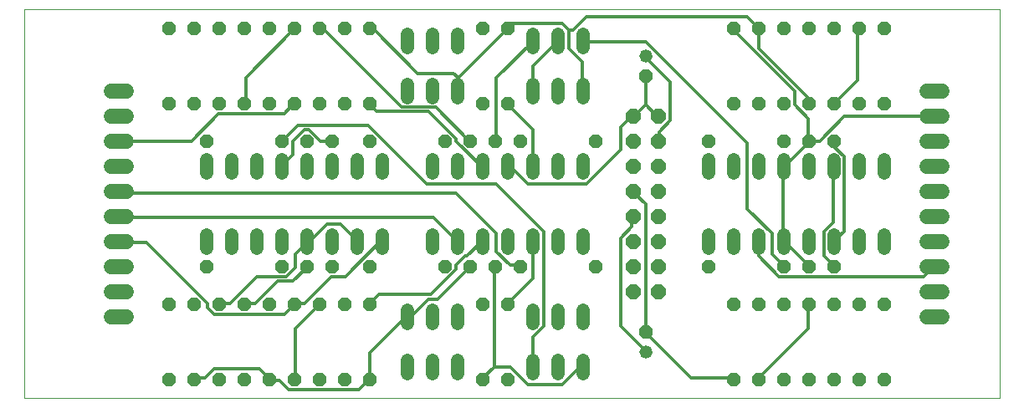
<source format=gbl>
G75*
%MOIN*%
%OFA0B0*%
%FSLAX25Y25*%
%IPPOS*%
%LPD*%
%AMOC8*
5,1,8,0,0,1.08239X$1,22.5*
%
%ADD10C,0.00000*%
%ADD11C,0.05200*%
%ADD12OC8,0.05200*%
%ADD13C,0.05200*%
%ADD14C,0.06000*%
%ADD15OC8,0.06000*%
%ADD16C,0.01200*%
D10*
X0001000Y0001000D02*
X0001000Y0155961D01*
X0389701Y0155961D01*
X0389701Y0001000D01*
X0001000Y0001000D01*
D11*
X0073500Y0060900D02*
X0073500Y0066100D01*
X0083500Y0066100D02*
X0083500Y0060900D01*
X0093500Y0060900D02*
X0093500Y0066100D01*
X0103500Y0066100D02*
X0103500Y0060900D01*
X0113500Y0060900D02*
X0113500Y0066100D01*
X0123500Y0066100D02*
X0123500Y0060900D01*
X0133500Y0060900D02*
X0133500Y0066100D01*
X0143500Y0066100D02*
X0143500Y0060900D01*
X0163500Y0060900D02*
X0163500Y0066100D01*
X0173500Y0066100D02*
X0173500Y0060900D01*
X0183500Y0060900D02*
X0183500Y0066100D01*
X0193500Y0066100D02*
X0193500Y0060900D01*
X0203500Y0060900D02*
X0203500Y0066100D01*
X0213500Y0066100D02*
X0213500Y0060900D01*
X0223500Y0060900D02*
X0223500Y0066100D01*
X0273500Y0066100D02*
X0273500Y0060900D01*
X0283500Y0060900D02*
X0283500Y0066100D01*
X0293500Y0066100D02*
X0293500Y0060900D01*
X0303500Y0060900D02*
X0303500Y0066100D01*
X0313500Y0066100D02*
X0313500Y0060900D01*
X0323500Y0060900D02*
X0323500Y0066100D01*
X0333500Y0066100D02*
X0333500Y0060900D01*
X0343500Y0060900D02*
X0343500Y0066100D01*
X0343500Y0090900D02*
X0343500Y0096100D01*
X0333500Y0096100D02*
X0333500Y0090900D01*
X0323500Y0090900D02*
X0323500Y0096100D01*
X0313500Y0096100D02*
X0313500Y0090900D01*
X0303500Y0090900D02*
X0303500Y0096100D01*
X0293500Y0096100D02*
X0293500Y0090900D01*
X0283500Y0090900D02*
X0283500Y0096100D01*
X0273500Y0096100D02*
X0273500Y0090900D01*
X0223500Y0090900D02*
X0223500Y0096100D01*
X0213500Y0096100D02*
X0213500Y0090900D01*
X0203500Y0090900D02*
X0203500Y0096100D01*
X0193500Y0096100D02*
X0193500Y0090900D01*
X0183500Y0090900D02*
X0183500Y0096100D01*
X0173500Y0096100D02*
X0173500Y0090900D01*
X0163500Y0090900D02*
X0163500Y0096100D01*
X0143500Y0096100D02*
X0143500Y0090900D01*
X0133500Y0090900D02*
X0133500Y0096100D01*
X0123500Y0096100D02*
X0123500Y0090900D01*
X0113500Y0090900D02*
X0113500Y0096100D01*
X0103500Y0096100D02*
X0103500Y0090900D01*
X0093500Y0090900D02*
X0093500Y0096100D01*
X0083500Y0096100D02*
X0083500Y0090900D01*
X0073500Y0090900D02*
X0073500Y0096100D01*
X0153500Y0120900D02*
X0153500Y0126100D01*
X0163500Y0126100D02*
X0163500Y0120900D01*
X0173500Y0120900D02*
X0173500Y0126100D01*
X0203500Y0126100D02*
X0203500Y0120900D01*
X0213500Y0120900D02*
X0213500Y0126100D01*
X0223500Y0126100D02*
X0223500Y0120900D01*
X0223500Y0140900D02*
X0223500Y0146100D01*
X0213500Y0146100D02*
X0213500Y0140900D01*
X0203500Y0140900D02*
X0203500Y0146100D01*
X0173500Y0146100D02*
X0173500Y0140900D01*
X0163500Y0140900D02*
X0163500Y0146100D01*
X0153500Y0146100D02*
X0153500Y0140900D01*
X0153500Y0036100D02*
X0153500Y0030900D01*
X0163500Y0030900D02*
X0163500Y0036100D01*
X0173500Y0036100D02*
X0173500Y0030900D01*
X0203500Y0030900D02*
X0203500Y0036100D01*
X0213500Y0036100D02*
X0213500Y0030900D01*
X0223500Y0030900D02*
X0223500Y0036100D01*
X0223500Y0016100D02*
X0223500Y0010900D01*
X0213500Y0010900D02*
X0213500Y0016100D01*
X0203500Y0016100D02*
X0203500Y0010900D01*
X0173500Y0010900D02*
X0173500Y0016100D01*
X0163500Y0016100D02*
X0163500Y0010900D01*
X0153500Y0010900D02*
X0153500Y0016100D01*
D12*
X0138500Y0008500D03*
X0128500Y0008500D03*
X0118500Y0008500D03*
X0108500Y0008500D03*
X0098500Y0008500D03*
X0088500Y0008500D03*
X0078500Y0008500D03*
X0068500Y0008500D03*
X0058500Y0008500D03*
X0058500Y0038500D03*
X0068500Y0038500D03*
X0078500Y0038500D03*
X0088500Y0038500D03*
X0098500Y0038500D03*
X0108500Y0038500D03*
X0118500Y0038500D03*
X0128500Y0038500D03*
X0138500Y0038500D03*
X0138500Y0053500D03*
X0123500Y0053500D03*
X0113500Y0053500D03*
X0103500Y0053500D03*
X0073500Y0053500D03*
X0168500Y0053500D03*
X0178500Y0053500D03*
X0188500Y0053500D03*
X0198500Y0053500D03*
X0228500Y0053500D03*
X0193500Y0038500D03*
X0183500Y0038500D03*
X0248500Y0027500D03*
X0283500Y0038500D03*
X0293500Y0038500D03*
X0303500Y0038500D03*
X0313500Y0038500D03*
X0323500Y0038500D03*
X0333500Y0038500D03*
X0343500Y0038500D03*
X0323500Y0053500D03*
X0313500Y0053500D03*
X0303500Y0053500D03*
X0273500Y0053500D03*
X0283500Y0008500D03*
X0293500Y0008500D03*
X0303500Y0008500D03*
X0313500Y0008500D03*
X0323500Y0008500D03*
X0333500Y0008500D03*
X0343500Y0008500D03*
X0193500Y0008500D03*
X0183500Y0008500D03*
X0178500Y0103500D03*
X0168500Y0103500D03*
X0188500Y0103500D03*
X0198500Y0103500D03*
X0228500Y0103500D03*
X0193500Y0118500D03*
X0183500Y0118500D03*
X0138500Y0118500D03*
X0128500Y0118500D03*
X0118500Y0118500D03*
X0108500Y0118500D03*
X0098500Y0118500D03*
X0088500Y0118500D03*
X0078500Y0118500D03*
X0068500Y0118500D03*
X0058500Y0118500D03*
X0073500Y0103500D03*
X0103500Y0103500D03*
X0113500Y0103500D03*
X0123500Y0103500D03*
X0138500Y0103500D03*
X0138500Y0148500D03*
X0128500Y0148500D03*
X0118500Y0148500D03*
X0108500Y0148500D03*
X0098500Y0148500D03*
X0088500Y0148500D03*
X0078500Y0148500D03*
X0068500Y0148500D03*
X0058500Y0148500D03*
X0183500Y0148500D03*
X0193500Y0148500D03*
X0248500Y0129500D03*
X0283500Y0118500D03*
X0293500Y0118500D03*
X0303500Y0118500D03*
X0313500Y0118500D03*
X0323500Y0118500D03*
X0333500Y0118500D03*
X0343500Y0118500D03*
X0323500Y0103500D03*
X0313500Y0103500D03*
X0303500Y0103500D03*
X0273500Y0103500D03*
X0283500Y0148500D03*
X0293500Y0148500D03*
X0303500Y0148500D03*
X0313500Y0148500D03*
X0323500Y0148500D03*
X0333500Y0148500D03*
X0343500Y0148500D03*
D13*
X0248500Y0137500D03*
X0248500Y0019500D03*
D14*
X0360500Y0033500D02*
X0366500Y0033500D01*
X0366500Y0043500D02*
X0360500Y0043500D01*
X0360500Y0053500D02*
X0366500Y0053500D01*
X0366500Y0063500D02*
X0360500Y0063500D01*
X0360500Y0073500D02*
X0366500Y0073500D01*
X0366500Y0083500D02*
X0360500Y0083500D01*
X0360500Y0093500D02*
X0366500Y0093500D01*
X0366500Y0103500D02*
X0360500Y0103500D01*
X0360500Y0113500D02*
X0366500Y0113500D01*
X0366500Y0123500D02*
X0360500Y0123500D01*
X0041500Y0123500D02*
X0035500Y0123500D01*
X0035500Y0113500D02*
X0041500Y0113500D01*
X0041500Y0103500D02*
X0035500Y0103500D01*
X0035500Y0093500D02*
X0041500Y0093500D01*
X0041500Y0083500D02*
X0035500Y0083500D01*
X0035500Y0073500D02*
X0041500Y0073500D01*
X0041500Y0063500D02*
X0035500Y0063500D01*
X0035500Y0053500D02*
X0041500Y0053500D01*
X0041500Y0043500D02*
X0035500Y0043500D01*
X0035500Y0033500D02*
X0041500Y0033500D01*
D15*
X0243500Y0043500D03*
X0253500Y0043500D03*
X0253500Y0053500D03*
X0243500Y0053500D03*
X0243500Y0063500D03*
X0253500Y0063500D03*
X0253500Y0073500D03*
X0243500Y0073500D03*
X0243500Y0083500D03*
X0253500Y0083500D03*
X0253500Y0093500D03*
X0243500Y0093500D03*
X0243500Y0103500D03*
X0253500Y0103500D03*
X0253500Y0113500D03*
X0243500Y0113500D03*
D16*
X0243100Y0113500D01*
X0238600Y0109000D01*
X0238600Y0100000D01*
X0225100Y0086500D01*
X0201700Y0086500D01*
X0195400Y0092800D01*
X0193600Y0092800D01*
X0193500Y0093500D01*
X0183500Y0093500D02*
X0182800Y0093700D01*
X0172900Y0103600D01*
X0172900Y0104500D01*
X0162100Y0115300D01*
X0141400Y0115300D01*
X0138700Y0118000D01*
X0138500Y0118500D01*
X0151300Y0117100D02*
X0164800Y0117100D01*
X0178300Y0103600D01*
X0178500Y0103500D01*
X0188500Y0103500D02*
X0189100Y0103600D01*
X0189100Y0128800D01*
X0203500Y0143200D01*
X0203500Y0143500D01*
X0213400Y0143200D02*
X0213500Y0143500D01*
X0213400Y0143200D02*
X0203500Y0133300D01*
X0203500Y0123500D01*
X0193500Y0118500D02*
X0193600Y0118000D01*
X0203500Y0108100D01*
X0203500Y0093500D01*
X0189100Y0086500D02*
X0161200Y0086500D01*
X0137800Y0109900D01*
X0109900Y0109900D01*
X0103500Y0103500D01*
X0108100Y0103600D02*
X0108100Y0098200D01*
X0103600Y0093700D01*
X0103500Y0093500D01*
X0108100Y0103600D02*
X0112600Y0108100D01*
X0114400Y0108100D01*
X0118900Y0103600D01*
X0123400Y0103600D01*
X0123500Y0103500D01*
X0108100Y0118000D02*
X0104500Y0114400D01*
X0078400Y0114400D01*
X0067600Y0103600D01*
X0038800Y0103600D01*
X0038500Y0103500D01*
X0038500Y0083500D02*
X0038800Y0082900D01*
X0172900Y0082900D01*
X0189100Y0066700D01*
X0189100Y0059500D01*
X0194500Y0054100D01*
X0198100Y0054100D01*
X0198500Y0053500D01*
X0188500Y0053500D02*
X0188200Y0053200D01*
X0188200Y0013600D01*
X0194500Y0013600D01*
X0201700Y0006400D01*
X0215200Y0006400D01*
X0221500Y0012700D01*
X0223300Y0012700D01*
X0223500Y0013500D01*
X0203500Y0013500D02*
X0203500Y0025300D01*
X0208000Y0029800D01*
X0208000Y0067600D01*
X0189100Y0086500D01*
X0172900Y0064000D02*
X0163900Y0073000D01*
X0038800Y0073000D01*
X0038500Y0073500D01*
X0038500Y0063500D02*
X0038800Y0063100D01*
X0049600Y0063100D01*
X0073900Y0038800D01*
X0073900Y0037000D01*
X0076600Y0034300D01*
X0104500Y0034300D01*
X0108100Y0037900D01*
X0108500Y0038500D01*
X0109000Y0038800D01*
X0112600Y0038800D01*
X0123400Y0049600D01*
X0128800Y0049600D01*
X0143200Y0064000D01*
X0143500Y0063500D01*
X0133500Y0063500D02*
X0133300Y0064000D01*
X0127000Y0070300D01*
X0121600Y0070300D01*
X0115300Y0064000D01*
X0113500Y0064000D01*
X0113500Y0063500D01*
X0113500Y0063100D01*
X0109000Y0058600D01*
X0109000Y0053200D01*
X0105400Y0049600D01*
X0093700Y0049600D01*
X0082900Y0038800D01*
X0079300Y0038800D01*
X0078500Y0038500D01*
X0088500Y0038500D02*
X0089200Y0038800D01*
X0092800Y0038800D01*
X0101800Y0047800D01*
X0108100Y0047800D01*
X0113500Y0053200D01*
X0113500Y0053500D01*
X0138700Y0038800D02*
X0142300Y0042400D01*
X0163000Y0042400D01*
X0172900Y0052300D01*
X0172900Y0054100D01*
X0176500Y0057700D01*
X0177400Y0057700D01*
X0182800Y0063100D01*
X0183500Y0063500D01*
X0173500Y0063500D02*
X0172900Y0064000D01*
X0178500Y0053500D02*
X0178300Y0053200D01*
X0165700Y0040600D01*
X0162100Y0040600D01*
X0155800Y0034300D01*
X0154000Y0034300D01*
X0153500Y0033500D01*
X0153100Y0033400D01*
X0138700Y0019000D01*
X0138700Y0009100D01*
X0138500Y0008500D01*
X0137800Y0008200D01*
X0134200Y0004600D01*
X0106300Y0004600D01*
X0102700Y0008200D01*
X0099100Y0008200D01*
X0098500Y0008500D01*
X0098200Y0009100D01*
X0094600Y0012700D01*
X0076600Y0012700D01*
X0073000Y0009100D01*
X0068500Y0009100D01*
X0068500Y0008500D01*
X0108500Y0008500D02*
X0109000Y0009100D01*
X0109000Y0028900D01*
X0118000Y0037900D01*
X0118500Y0038500D01*
X0138500Y0038500D02*
X0138700Y0038800D01*
X0193500Y0038500D02*
X0193600Y0038800D01*
X0203500Y0048700D01*
X0203500Y0063500D01*
X0238600Y0064900D02*
X0238600Y0029800D01*
X0248500Y0019900D01*
X0248500Y0019500D01*
X0248500Y0027100D02*
X0248500Y0027500D01*
X0248500Y0078400D01*
X0244000Y0082900D01*
X0243500Y0083500D01*
X0243500Y0073500D02*
X0243100Y0073000D01*
X0243100Y0069400D01*
X0238600Y0064900D01*
X0289000Y0076600D02*
X0298900Y0066700D01*
X0298900Y0058600D01*
X0303400Y0054100D01*
X0303500Y0053500D01*
X0301600Y0049600D02*
X0359200Y0049600D01*
X0362800Y0053200D01*
X0363500Y0053500D01*
X0327700Y0067600D02*
X0324100Y0064000D01*
X0323500Y0063500D01*
X0319600Y0067600D02*
X0319600Y0057700D01*
X0323200Y0054100D01*
X0323500Y0053500D01*
X0313500Y0053500D02*
X0313300Y0054100D01*
X0304300Y0063100D01*
X0303500Y0063500D01*
X0303400Y0064000D01*
X0303400Y0092800D01*
X0303500Y0093500D01*
X0304300Y0093700D01*
X0313300Y0102700D01*
X0313500Y0103500D01*
X0313300Y0103600D01*
X0313300Y0112600D01*
X0307900Y0118000D01*
X0307900Y0123400D01*
X0283600Y0147700D01*
X0283500Y0148500D01*
X0289000Y0153100D02*
X0293500Y0148600D01*
X0293500Y0148500D01*
X0293500Y0140500D01*
X0313300Y0120700D01*
X0313300Y0118900D01*
X0313500Y0118500D01*
X0323500Y0118500D02*
X0324100Y0118900D01*
X0333100Y0127900D01*
X0333100Y0147700D01*
X0333500Y0148500D01*
X0289000Y0153100D02*
X0225100Y0153100D01*
X0219700Y0147700D01*
X0217900Y0147700D01*
X0215200Y0150400D01*
X0195400Y0150400D01*
X0193500Y0148500D01*
X0173800Y0128800D01*
X0172000Y0130600D01*
X0157600Y0130600D01*
X0140500Y0147700D01*
X0138700Y0147700D01*
X0138500Y0148500D01*
X0120700Y0147700D02*
X0151300Y0117100D01*
X0173500Y0123500D02*
X0173800Y0124300D01*
X0173800Y0128800D01*
X0217900Y0140500D02*
X0217900Y0147700D01*
X0223500Y0143500D02*
X0224200Y0143200D01*
X0248500Y0143200D01*
X0289000Y0102700D01*
X0289000Y0076600D01*
X0293500Y0063500D02*
X0293500Y0057700D01*
X0301600Y0049600D01*
X0313500Y0038500D02*
X0313300Y0037900D01*
X0313300Y0028900D01*
X0293500Y0009100D01*
X0293500Y0008500D01*
X0283500Y0008500D02*
X0282700Y0009100D01*
X0266500Y0009100D01*
X0248500Y0027100D01*
X0188200Y0013600D02*
X0183700Y0009100D01*
X0183500Y0008500D01*
X0319600Y0067600D02*
X0323200Y0071200D01*
X0323200Y0092800D01*
X0323500Y0093500D01*
X0327700Y0097300D02*
X0327700Y0067600D01*
X0327700Y0097300D02*
X0324100Y0100900D01*
X0324100Y0102700D01*
X0323500Y0103500D01*
X0317800Y0103600D02*
X0327700Y0113500D01*
X0363500Y0113500D01*
X0317800Y0103600D02*
X0314200Y0103600D01*
X0313500Y0103500D01*
X0258400Y0111700D02*
X0258400Y0127000D01*
X0248500Y0136900D01*
X0248500Y0137500D01*
X0248500Y0129500D02*
X0248500Y0118000D01*
X0253000Y0113500D01*
X0253500Y0113500D01*
X0258400Y0111700D02*
X0253900Y0107200D01*
X0253900Y0103600D01*
X0253500Y0103500D01*
X0244000Y0113500D02*
X0243500Y0113500D01*
X0244000Y0113500D02*
X0248500Y0118000D01*
X0223500Y0123500D02*
X0223300Y0124300D01*
X0223300Y0135100D01*
X0217900Y0140500D01*
X0120700Y0147700D02*
X0118900Y0147700D01*
X0118500Y0148500D01*
X0108500Y0148500D02*
X0108100Y0147700D01*
X0089200Y0128800D01*
X0089200Y0118900D01*
X0088500Y0118500D01*
X0108100Y0118000D02*
X0108500Y0118500D01*
M02*

</source>
